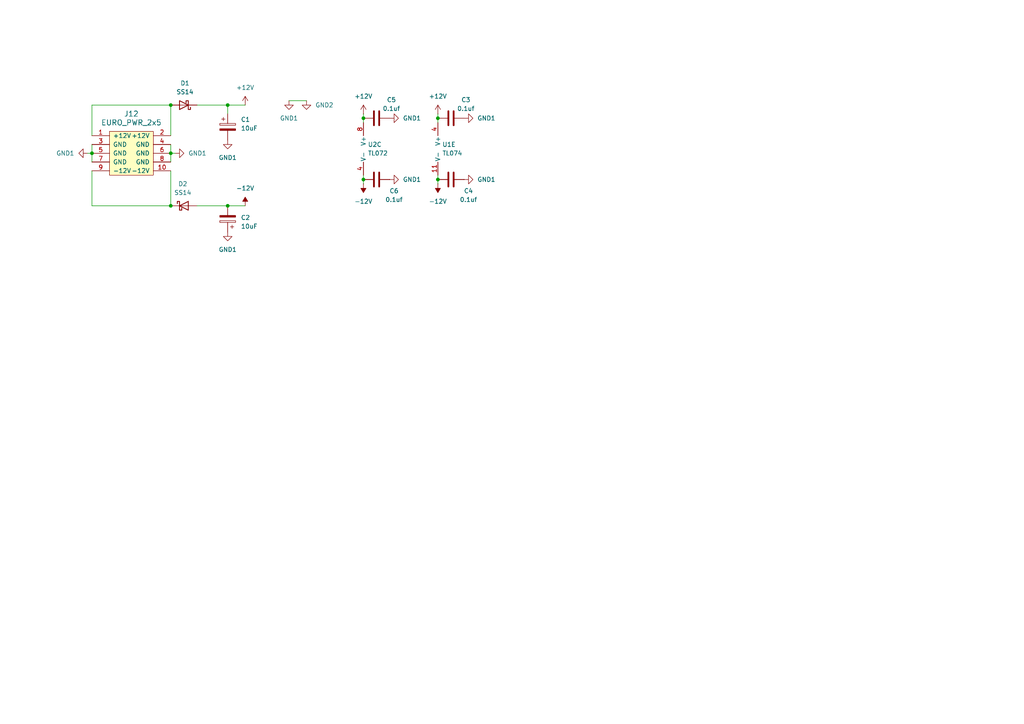
<source format=kicad_sch>
(kicad_sch (version 20231120) (generator "eeschema") (generator_version "8.0")
  (paper "A4")
  (lib_symbols
    (symbol "Device:C" (pin_numbers hide) (pin_names (offset 0.254))
      (property "Reference" "C" (at 0.635 2.54 0))
      (property "Value" "C" (at 0.635 -2.54 0))
      (symbol "C_0_1"
        (polyline (pts (xy -2.032 -0.762) (xy 2.032 -0.762)) (stroke (width 0.508)))
        (polyline (pts (xy -2.032 0.762) (xy 2.032 0.762)) (stroke (width 0.508)))
      )
      (symbol "C_1_1"
        (pin passive line (at 0 3.81 270) (length 2.794) (name "~") (number "1"))
        (pin passive line (at 0 -3.81 90) (length 2.794) (name "~") (number "2"))
      )
    )
    (symbol "Device:C_Polarized" (pin_numbers hide) (pin_names (offset 0.254))
      (property "Reference" "C" (at 0.635 2.54 0))
      (property "Value" "C_Polarized" (at 0.635 -2.54 0))
      (symbol "C_Polarized_0_1"
        (rectangle (start -2.286 0.508) (end 2.286 1.016))
        (polyline (pts (xy -1.778 2.286) (xy -0.762 2.286)))
        (polyline (pts (xy -1.27 2.794) (xy -1.27 1.778)))
        (rectangle (start 2.286 -0.508) (end -2.286 -1.016) (fill (type outline)))
      )
      (symbol "C_Polarized_1_1"
        (pin passive line (at 0 3.81 270) (length 2.794) (name "~") (number "1"))
        (pin passive line (at 0 -3.81 90) (length 2.794) (name "~") (number "2"))
      )
    )
    (symbol "Diode:SS14" (pin_numbers hide) (pin_names (offset 1.016) hide)
      (property "Reference" "D" (at 0 2.54 0))
      (property "Value" "SS14" (at 0 -2.54 0))
      (symbol "SS14_0_1"
        (polyline (pts (xy 1.27 0) (xy -1.27 0)))
        (polyline (pts (xy 1.27 1.27) (xy 1.27 -1.27) (xy -1.27 0) (xy 1.27 1.27)) (stroke (width 0.254)))
        (polyline (pts (xy -1.905 0.635) (xy -1.905 1.27) (xy -1.27 1.27) (xy -1.27 -1.27) (xy -0.635 -1.27) (xy -0.635 -0.635)) (stroke (width 0.254)))
      )
      (symbol "SS14_1_1"
        (pin passive line (at -3.81 0 0) (length 2.54) (name "K") (number "1"))
        (pin passive line (at 3.81 0 180) (length 2.54) (name "A") (number "2"))
      )
    )
    (symbol "KitsBlips:TL072" (pin_names (offset 0.127))
      (property "Reference" "U" (at 0 5.08 0))
      (property "Value" "TL072" (at 0 -5.08 0))
      (symbol "TL072_1_1"
        (polyline (pts (xy -5.08 5.08) (xy 5.08 0) (xy -5.08 -5.08) (xy -5.08 5.08)) (stroke (width 0.254)) (fill (type background)))
        (pin output line (at 7.62 0 180) (length 2.54) (name "~") (number "1"))
        (pin input line (at -7.62 -2.54 0) (length 2.54) (name "-") (number "2"))
        (pin input line (at -7.62 2.54 0) (length 2.54) (name "+") (number "3"))
      )
      (symbol "TL072_2_1"
        (polyline (pts (xy -5.08 5.08) (xy 5.08 0) (xy -5.08 -5.08) (xy -5.08 5.08)) (stroke (width 0.254)) (fill (type background)))
        (pin input line (at -7.62 2.54 0) (length 2.54) (name "+") (number "5"))
        (pin input line (at -7.62 -2.54 0) (length 2.54) (name "-") (number "6"))
        (pin output line (at 7.62 0 180) (length 2.54) (name "~") (number "7"))
      )
      (symbol "TL072_3_1"
        (pin power_in line (at -2.54 -7.62 90) (length 3.81) (name "V-") (number "4"))
        (pin power_in line (at -2.54 7.62 270) (length 3.81) (name "V+") (number "8"))
      )
    )
    (symbol "KitsBlips:TL074" (pin_names (offset 0.127))
      (property "Reference" "U" (at 0 5.08 0))
      (property "Value" "TL074" (at 0 -5.08 0))
      (symbol "TL074_1_1"
        (polyline (pts (xy -5.08 5.08) (xy 5.08 0) (xy -5.08 -5.08) (xy -5.08 5.08)) (stroke (width 0.254)) (fill (type background)))
        (pin output line (at 7.62 0 180) (length 2.54) (name "~") (number "1"))
        (pin input line (at -7.62 -2.54 0) (length 2.54) (name "-") (number "2"))
        (pin input line (at -7.62 2.54 0) (length 2.54) (name "+") (number "3"))
      )
      (symbol "TL074_2_1"
        (polyline (pts (xy -5.08 5.08) (xy 5.08 0) (xy -5.08 -5.08) (xy -5.08 5.08)) (stroke (width 0.254)) (fill (type background)))
        (pin input line (at -7.62 2.54 0) (length 2.54) (name "+") (number "5"))
        (pin input line (at -7.62 -2.54 0) (length 2.54) (name "-") (number "6"))
        (pin output line (at 7.62 0 180) (length 2.54) (name "~") (number "7"))
      )
      (symbol "TL074_3_1"
        (polyline (pts (xy -5.08 5.08) (xy 5.08 0) (xy -5.08 -5.08) (xy -5.08 5.08)) (stroke (width 0.254)) (fill (type background)))
        (pin input line (at -7.62 2.54 0) (length 2.54) (name "+") (number "10"))
        (pin output line (at 7.62 0 180) (length 2.54) (name "~") (number "8"))
        (pin input line (at -7.62 -2.54 0) (length 2.54) (name "-") (number "9"))
      )
      (symbol "TL074_4_1"
        (polyline (pts (xy -5.08 5.08) (xy 5.08 0) (xy -5.08 -5.08) (xy -5.08 5.08)) (stroke (width 0.254)) (fill (type background)))
        (pin input line (at -7.62 2.54 0) (length 2.54) (name "+") (number "12"))
        (pin input line (at -7.62 -2.54 0) (length 2.54) (name "-") (number "13"))
        (pin output line (at 7.62 0 180) (length 2.54) (name "~") (number "14"))
      )
      (symbol "TL074_5_1"
        (pin power_in line (at -2.54 -7.62 90) (length 3.81) (name "V-") (number "11"))
        (pin power_in line (at -2.54 7.62 270) (length 3.81) (name "V+") (number "4"))
      )
    )
    (symbol "eurocad:EURO_PWR_2x5" (pin_names (offset 1.016))
      (property "Reference" "J" (at 0 -7.62 0))
      (property "Value" "EURO_PWR_2x5" (at 0 7.62 0))
      (symbol "EURO_PWR_2x5_0_1"
        (rectangle (start -6.35 6.35) (end 6.35 -6.35) (fill (type background)))
      )
      (symbol "EURO_PWR_2x5_1_1"
        (pin power_in line (at -11.43 5.08 0) (length 5.08) (name "+12V") (number "1"))
        (pin power_in line (at 11.43 -5.08 180) (length 5.08) (name "-12V") (number "10"))
        (pin power_in line (at 11.43 5.08 180) (length 5.08) (name "+12V") (number "2"))
        (pin power_in line (at -11.43 2.54 0) (length 5.08) (name "GND") (number "3"))
        (pin power_in line (at 11.43 2.54 180) (length 5.08) (name "GND") (number "4"))
        (pin power_in line (at -11.43 0 0) (length 5.08) (name "GND") (number "5"))
        (pin power_in line (at 11.43 0 180) (length 5.08) (name "GND") (number "6"))
        (pin power_in line (at -11.43 -2.54 0) (length 5.08) (name "GND") (number "7"))
        (pin power_in line (at 11.43 -2.54 180) (length 5.08) (name "GND") (number "8"))
        (pin power_in line (at -11.43 -5.08 0) (length 5.08) (name "-12V") (number "9"))
      )
    )
    (symbol "power:+12V" (power) (pin_numbers hide) (pin_names (offset 0) hide)
      (property "Value" "+12V" (at 0 3.556 0))
      (symbol "+12V_0_1"
        (polyline (pts (xy -0.762 1.27) (xy 0 2.54)))
        (polyline (pts (xy 0 0) (xy 0 2.54)))
        (polyline (pts (xy 0 2.54) (xy 0.762 1.27)))
      )
      (symbol "+12V_1_1"
        (pin power_in line (at 0 0 90) (length 0) (name "~") (number "1"))
      )
    )
    (symbol "power:-12V" (power) (pin_numbers hide) (pin_names (offset 0) hide)
      (property "Value" "-12V" (at 0 3.556 0))
      (symbol "-12V_0_0"
        (pin power_in line (at 0 0 90) (length 0) (name "~") (number "1"))
      )
      (symbol "-12V_0_1"
        (polyline (pts (xy 0 0) (xy 0 1.27) (xy 0.762 1.27) (xy 0 2.54) (xy -0.762 1.27) (xy 0 1.27)) (fill (type outline)))
      )
    )
    (symbol "power:GND1" (power) (pin_numbers hide) (pin_names (offset 0) hide)
      (property "Value" "GND1" (at 0 -3.81 0))
      (symbol "GND1_0_1"
        (polyline (pts (xy 0 0) (xy 0 -1.27) (xy 1.27 -1.27) (xy 0 -2.54) (xy -1.27 -1.27) (xy 0 -1.27)))
      )
      (symbol "GND1_1_1"
        (pin power_in line (at 0 0 270) (length 0) (name "~") (number "1"))
      )
    )
    (symbol "power:GND2" (power) (pin_numbers hide) (pin_names (offset 0) hide)
      (property "Value" "GND2" (at 0 -3.81 0))
      (symbol "GND2_0_1"
        (polyline (pts (xy 0 0) (xy 0 -1.27) (xy 1.27 -1.27) (xy 0 -2.54) (xy -1.27 -1.27) (xy 0 -1.27)))
      )
      (symbol "GND2_1_1"
        (pin power_in line (at 0 0 270) (length 0) (name "~") (number "1"))
      )
    )
  )
  (junction (at 127 52.07))
  (junction (at 49.53 59.69))
  (junction (at 105.41 34.29))
  (junction (at 105.41 52.07))
  (junction (at 26.67 44.45))
  (junction (at 66.04 30.48))
  (junction (at 127 34.29))
  (junction (at 49.53 44.45))
  (junction (at 66.04 59.69))
  (junction (at 49.53 30.48))
  (wire (pts (xy 49.53 41.91) (xy 49.53 44.45)))
  (wire (pts (xy 26.67 44.45) (xy 26.67 46.99)))
  (wire (pts (xy 127 34.29) (xy 127 35.56)))
  (wire (pts (xy 26.67 49.53) (xy 26.67 59.69)))
  (wire (pts (xy 26.67 44.45) (xy 25.4 44.45)))
  (wire (pts (xy 105.41 53.34) (xy 105.41 52.07)))
  (wire (pts (xy 49.53 39.37) (xy 49.53 30.48)))
  (wire (pts (xy 127 53.34) (xy 127 52.07)))
  (wire (pts (xy 57.15 59.69) (xy 66.04 59.69)))
  (wire (pts (xy 127 52.07) (xy 127 50.8)))
  (wire (pts (xy 105.41 34.29) (xy 105.41 35.56)))
  (wire (pts (xy 105.41 52.07) (xy 105.41 50.8)))
  (wire (pts (xy 26.67 41.91) (xy 26.67 44.45)))
  (wire (pts (xy 66.04 30.48) (xy 66.04 33.02)))
  (wire (pts (xy 83.82 29.21) (xy 88.9 29.21)))
  (wire (pts (xy 26.67 30.48) (xy 49.53 30.48)))
  (wire (pts (xy 50.8 44.45) (xy 49.53 44.45)))
  (wire (pts (xy 26.67 59.69) (xy 49.53 59.69)))
  (wire (pts (xy 66.04 59.69) (xy 71.12 59.69)))
  (wire (pts (xy 66.04 30.48) (xy 71.12 30.48)))
  (wire (pts (xy 57.15 30.48) (xy 66.04 30.48)))
  (wire (pts (xy 49.53 49.53) (xy 49.53 59.69)))
  (wire (pts (xy 127 33.02) (xy 127 34.29)))
  (wire (pts (xy 26.67 39.37) (xy 26.67 30.48)))
  (wire (pts (xy 49.53 44.45) (xy 49.53 46.99)))
  (wire (pts (xy 105.41 33.02) (xy 105.41 34.29)))
  (symbol (lib_id "power:GND1") (at 66.04 67.31 0) (unit 1)
    (property "Reference" "#PWR026" (effects (hide yes)))
    (property "Value" "GND1" (at 66.04 72.39 0))
    (property "Description" "Power symbol creates a global label with name \"GND1\" , ground" (effects (hide yes)))
  )
  (symbol (lib_id "Diode:SS14") (at 53.34 59.69 0) (unit 1)
    (property "Reference" "D2" (at 53.0225 53.34 0))
    (property "Value" "SS14" (at 53.0225 55.88 0))
    (property "Footprint" "Diode_SMD:D_SMA" (effects (hide yes)))
    (property "Datasheet" "https://www.vishay.com/docs/88746/ss12.pdf" (effects (hide yes)))
    (property "Description" "40V 1A Schottky Diode, SMA" (effects (hide yes)))
  )
  (symbol (lib_id "power:-12V") (at 105.41 53.34 180) (unit 1)
    (property "Reference" "#PWR036" (effects (hide yes)))
    (property "Value" "-12V" (at 105.41 58.42 0))
    (property "Description" "Power symbol creates a global label with name \"-12V\"" (effects (hide yes)))
  )
  (symbol (lib_id "Diode:SS14") (at 53.34 30.48 180) (unit 1)
    (property "Reference" "D1" (at 53.6575 24.13 0))
    (property "Value" "SS14" (at 53.6575 26.67 0))
    (property "Footprint" "Diode_SMD:D_SMA" (effects (hide yes)))
    (property "Datasheet" "https://www.vishay.com/docs/88746/ss12.pdf" (effects (hide yes)))
    (property "Description" "40V 1A Schottky Diode, SMA" (effects (hide yes)))
  )
  (symbol (lib_id "KitsBlips:TL072") (at 107.95 43.18 0) (unit 3)
    (property "Reference" "U2" (at 106.68 41.9099 0) (effects (justify left)))
    (property "Value" "TL072" (at 106.68 44.4499 0) (effects (justify left)))
    (property "Footprint" "Package_SO:SOIC-8_3.9x4.9mm_P1.27mm" (effects (hide yes)))
    (property "Datasheet" "http://www.ti.com/lit/ds/symlink/tl071.pdf" (effects (hide yes)))
    (property "Description" "Dual Low-Noise JFET-Input Operational Amplifiers, DIP-8/SOIC-8" (effects (hide yes)))
  )
  (symbol (lib_id "power:+12V") (at 127 33.02 0) (unit 1)
    (property "Reference" "#PWR029" (effects (hide yes)))
    (property "Value" "+12V" (at 127 27.94 0))
    (property "Description" "Power symbol creates a global label with name \"+12V\"" (effects (hide yes)))
  )
  (symbol (lib_id "KitsBlips:TL074") (at 129.54 43.18 0) (unit 5)
    (property "Reference" "U1" (at 128.27 41.9099 0) (effects (justify left)))
    (property "Value" "TL074" (at 128.27 44.4499 0) (effects (justify left)))
    (property "Footprint" "Package_SO:SOIC-14_3.9x8.7mm_P1.27mm" (effects (hide yes)))
    (property "Datasheet" "http://www.ti.com/lit/ds/symlink/tl071.pdf" (effects (hide yes)))
    (property "Description" "Quad Low-Noise JFET-Input Operational Amplifiers, DIP-14/SOIC-14" (effects (hide yes)))
  )
  (symbol (lib_id "power:GND1") (at 113.03 34.29 90) (unit 1)
    (property "Reference" "#PWR051" (effects (hide yes)))
    (property "Value" "GND1" (at 116.84 34.2899 90) (effects (justify right)))
    (property "Description" "Power symbol creates a global label with name \"GND1\" , ground" (effects (hide yes)))
  )
  (symbol (lib_id "power:+12V") (at 105.41 33.02 0) (unit 1)
    (property "Reference" "#PWR032" (effects (hide yes)))
    (property "Value" "+12V" (at 105.41 27.94 0))
    (property "Description" "Power symbol creates a global label with name \"+12V\"" (effects (hide yes)))
  )
  (symbol (lib_id "power:GND1") (at 134.62 34.29 90) (unit 1)
    (property "Reference" "#PWR033" (effects (hide yes)))
    (property "Value" "GND1" (at 138.43 34.2899 90) (effects (justify right)))
    (property "Description" "Power symbol creates a global label with name \"GND1\" , ground" (effects (hide yes)))
  )
  (symbol (lib_id "Device:C") (at 130.81 52.07 90) (unit 1)
    (property "Reference" "C4" (at 135.89 55.372 90))
    (property "Value" "0.1uf" (at 135.89 57.912 90))
    (property "Footprint" "Capacitor_SMD:C_0603_1608Metric_Pad1.08x0.95mm_HandSolder" (effects (hide yes)))
    (property "Description" "Unpolarized capacitor" (effects (hide yes)))
  )
  (symbol (lib_id "power:GND1") (at 113.03 52.07 90) (unit 1)
    (property "Reference" "#PWR050" (effects (hide yes)))
    (property "Value" "GND1" (at 116.84 52.0699 90) (effects (justify right)))
    (property "Description" "Power symbol creates a global label with name \"GND1\" , ground" (effects (hide yes)))
  )
  (symbol (lib_id "eurocad:EURO_PWR_2x5") (at 38.1 44.45 0) (unit 1)
    (property "Reference" "J12" (at 38.1 33.02 0) (effects (font (size 1.524 1.524))))
    (property "Value" "EURO_PWR_2x5" (at 38.1 35.56 0) (effects (font (size 1.524 1.524))))
    (property "Footprint" "KitsBlips:Pins_2x05_2.54mm_TH_Europower_shrouded" (effects (hide yes)))
  )
  (symbol (lib_id "Device:C_Polarized") (at 66.04 63.5 180) (unit 1)
    (property "Reference" "C2" (at 69.85 63.1189 0) (effects (justify right)))
    (property "Value" "10uF" (at 69.85 65.6589 0) (effects (justify right)))
    (property "Footprint" "Capacitor_SMD:C_0603_1608Metric_Pad1.08x0.95mm_HandSolder" (effects (hide yes)))
    (property "Description" "Polarized capacitor" (effects (hide yes)))
  )
  (symbol (lib_id "power:-12V") (at 127 53.34 180) (unit 1)
    (property "Reference" "#PWR031" (effects (hide yes)))
    (property "Value" "-12V" (at 127 58.42 0))
    (property "Description" "Power symbol creates a global label with name \"-12V\"" (effects (hide yes)))
  )
  (symbol (lib_id "Device:C") (at 109.22 34.29 90) (unit 1)
    (property "Reference" "C5" (at 113.538 28.956 90))
    (property "Value" "0.1uf" (at 113.538 31.496 90))
    (property "Footprint" "Capacitor_SMD:C_0603_1608Metric_Pad1.08x0.95mm_HandSolder" (effects (hide yes)))
    (property "Description" "Unpolarized capacitor" (effects (hide yes)))
  )
  (symbol (lib_id "power:-12V") (at 71.12 59.69 0) (unit 1)
    (property "Reference" "#PWR034" (effects (hide yes)))
    (property "Value" "-12V" (at 71.12 54.61 0))
    (property "Description" "Power symbol creates a global label with name \"-12V\"" (effects (hide yes)))
  )
  (symbol (lib_id "power:GND2") (at 88.9 29.21 0) (unit 1)
    (property "Reference" "#PWR06" (effects (hide yes)))
    (property "Value" "GND2" (at 91.44 30.4799 0) (effects (justify left)))
    (property "Description" "Power symbol creates a global label with name \"GND2\" , ground" (effects (hide yes)))
  )
  (symbol (lib_id "power:GND1") (at 25.4 44.45 270) (unit 1)
    (property "Reference" "#PWR01" (effects (hide yes)))
    (property "Value" "GND1" (at 21.59 44.4499 90) (effects (justify right)))
    (property "Description" "Power symbol creates a global label with name \"GND1\" , ground" (effects (hide yes)))
  )
  (symbol (lib_id "power:GND1") (at 50.8 44.45 90) (unit 1)
    (property "Reference" "#PWR02" (effects (hide yes)))
    (property "Value" "GND1" (at 54.61 44.4499 90) (effects (justify right)))
    (property "Description" "Power symbol creates a global label with name \"GND1\" , ground" (effects (hide yes)))
  )
  (symbol (lib_id "power:GND1") (at 83.82 29.21 0) (unit 1)
    (property "Reference" "#PWR054" (effects (hide yes)))
    (property "Value" "GND1" (at 83.82 34.29 0))
    (property "Description" "Power symbol creates a global label with name \"GND1\" , ground" (effects (hide yes)))
  )
  (symbol (lib_id "Device:C") (at 109.22 52.07 90) (unit 1)
    (property "Reference" "C6" (at 114.3 55.372 90))
    (property "Value" "0.1uf" (at 114.3 57.912 90))
    (property "Footprint" "Capacitor_SMD:C_0603_1608Metric_Pad1.08x0.95mm_HandSolder" (effects (hide yes)))
    (property "Description" "Unpolarized capacitor" (effects (hide yes)))
  )
  (symbol (lib_id "Device:C_Polarized") (at 66.04 36.83 0) (unit 1)
    (property "Reference" "C1" (at 69.85 34.6709 0) (effects (justify left)))
    (property "Value" "10uF" (at 69.85 37.2109 0) (effects (justify left)))
    (property "Footprint" "Capacitor_SMD:C_0603_1608Metric_Pad1.08x0.95mm_HandSolder" (effects (hide yes)))
    (property "Description" "Polarized capacitor" (effects (hide yes)))
  )
  (symbol (lib_id "power:+12V") (at 71.12 30.48 0) (unit 1)
    (property "Reference" "#PWR030" (effects (hide yes)))
    (property "Value" "+12V" (at 71.12 25.4 0))
    (property "Description" "Power symbol creates a global label with name \"+12V\"" (effects (hide yes)))
  )
  (symbol (lib_id "power:GND1") (at 134.62 52.07 90) (unit 1)
    (property "Reference" "#PWR035" (effects (hide yes)))
    (property "Value" "GND1" (at 138.43 52.0699 90) (effects (justify right)))
    (property "Description" "Power symbol creates a global label with name \"GND1\" , ground" (effects (hide yes)))
  )
  (symbol (lib_id "power:GND1") (at 66.04 40.64 0) (unit 1)
    (property "Reference" "#PWR027" (effects (hide yes)))
    (property "Value" "GND1" (at 66.04 45.72 0))
    (property "Description" "Power symbol creates a global label with name \"GND1\" , ground" (effects (hide yes)))
  )
  (symbol (lib_id "Device:C") (at 130.81 34.29 90) (unit 1)
    (property "Reference" "C3" (at 135.128 28.956 90))
    (property "Value" "0.1uf" (at 135.128 31.496 90))
    (property "Footprint" "Capacitor_SMD:C_0603_1608Metric_Pad1.08x0.95mm_HandSolder" (effects (hide yes)))
    (property "Description" "Unpolarized capacitor" (effects (hide yes)))
  )
)
</source>
